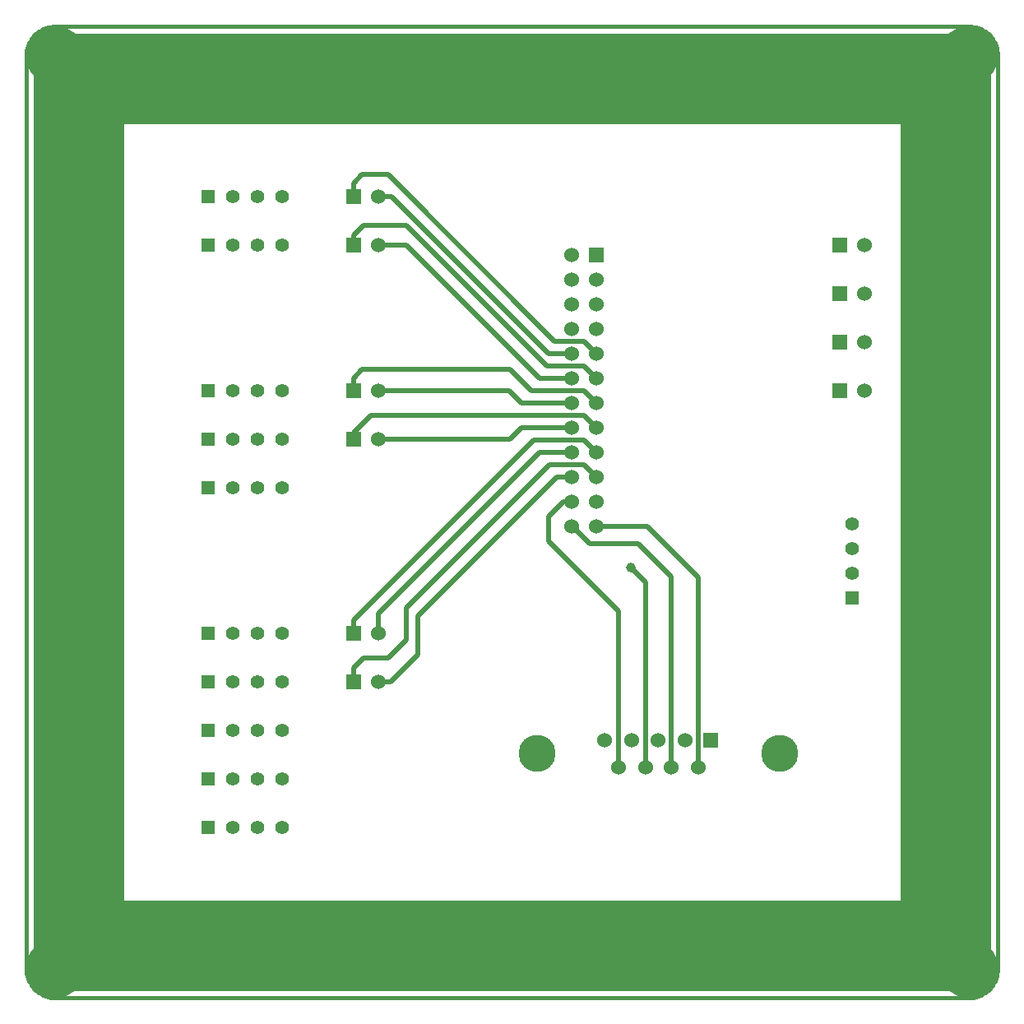
<source format=gbl>
G04 (created by PCBNEW-RS274X (2011-05-25)-stable) date Mon 09 Jul 2012 09:12:41 PM CEST*
G01*
G70*
G90*
%MOIN*%
G04 Gerber Fmt 3.4, Leading zero omitted, Abs format*
%FSLAX34Y34*%
G04 APERTURE LIST*
%ADD10C,0.006000*%
%ADD11C,0.015000*%
%ADD12R,0.055000X0.055000*%
%ADD13C,0.055000*%
%ADD14R,0.060000X0.060000*%
%ADD15C,0.060000*%
%ADD16C,0.150000*%
%ADD17C,0.236200*%
%ADD18C,0.039400*%
%ADD19C,0.019700*%
%ADD20C,0.039400*%
%ADD21C,0.010000*%
G04 APERTURE END LIST*
G54D10*
G54D11*
X19685Y-20866D02*
X19685Y-57874D01*
X57874Y-19685D02*
X20866Y-19685D01*
X59055Y-57874D02*
X59055Y-20866D01*
X20866Y-59055D02*
X57874Y-59055D01*
X19685Y-57874D02*
X19690Y-57976D01*
X19703Y-58079D01*
X19726Y-58179D01*
X19757Y-58277D01*
X19796Y-58373D01*
X19844Y-58464D01*
X19899Y-58551D01*
X19962Y-58633D01*
X20031Y-58709D01*
X20107Y-58778D01*
X20189Y-58841D01*
X20276Y-58896D01*
X20367Y-58944D01*
X20463Y-58983D01*
X20561Y-59014D01*
X20661Y-59037D01*
X20764Y-59050D01*
X20866Y-59055D01*
X20866Y-19685D02*
X20764Y-19690D01*
X20661Y-19703D01*
X20561Y-19726D01*
X20463Y-19757D01*
X20367Y-19796D01*
X20276Y-19844D01*
X20189Y-19899D01*
X20107Y-19962D01*
X20031Y-20031D01*
X19962Y-20107D01*
X19899Y-20189D01*
X19844Y-20276D01*
X19796Y-20367D01*
X19757Y-20463D01*
X19726Y-20561D01*
X19703Y-20661D01*
X19690Y-20764D01*
X19685Y-20866D01*
X59055Y-20866D02*
X59050Y-20764D01*
X59037Y-20661D01*
X59014Y-20561D01*
X58983Y-20463D01*
X58944Y-20367D01*
X58896Y-20276D01*
X58841Y-20189D01*
X58778Y-20107D01*
X58709Y-20031D01*
X58633Y-19962D01*
X58551Y-19899D01*
X58464Y-19844D01*
X58373Y-19796D01*
X58277Y-19757D01*
X58179Y-19726D01*
X58079Y-19703D01*
X57976Y-19690D01*
X57874Y-19685D01*
X57874Y-59055D02*
X57976Y-59050D01*
X58079Y-59037D01*
X58179Y-59014D01*
X58277Y-58983D01*
X58373Y-58944D01*
X58464Y-58896D01*
X58551Y-58841D01*
X58633Y-58778D01*
X58709Y-58709D01*
X58778Y-58633D01*
X58841Y-58551D01*
X58896Y-58464D01*
X58944Y-58373D01*
X58983Y-58277D01*
X59014Y-58179D01*
X59037Y-58079D01*
X59050Y-57976D01*
X59055Y-57874D01*
G54D12*
X27043Y-28543D03*
G54D13*
X28043Y-28543D03*
X29043Y-28543D03*
X30043Y-28543D03*
G54D12*
X27043Y-36417D03*
G54D13*
X28043Y-36417D03*
X29043Y-36417D03*
X30043Y-36417D03*
G54D12*
X27043Y-52166D03*
G54D13*
X28043Y-52166D03*
X29043Y-52166D03*
X30043Y-52166D03*
G54D12*
X27043Y-34448D03*
G54D13*
X28043Y-34448D03*
X29043Y-34448D03*
X30043Y-34448D03*
G54D12*
X27043Y-38385D03*
G54D13*
X28043Y-38385D03*
X29043Y-38385D03*
X30043Y-38385D03*
G54D12*
X27043Y-50198D03*
G54D13*
X28043Y-50198D03*
X29043Y-50198D03*
X30043Y-50198D03*
G54D12*
X27043Y-46261D03*
G54D13*
X28043Y-46261D03*
X29043Y-46261D03*
X30043Y-46261D03*
G54D12*
X27043Y-44292D03*
G54D13*
X28043Y-44292D03*
X29043Y-44292D03*
X30043Y-44292D03*
G54D12*
X27043Y-48229D03*
G54D13*
X28043Y-48229D03*
X29043Y-48229D03*
X30043Y-48229D03*
G54D12*
X27043Y-26575D03*
G54D13*
X28043Y-26575D03*
X29043Y-26575D03*
X30043Y-26575D03*
G54D14*
X32965Y-46260D03*
G54D15*
X33965Y-46260D03*
G54D14*
X32965Y-34449D03*
G54D15*
X33965Y-34449D03*
G54D14*
X52650Y-34449D03*
G54D15*
X53650Y-34449D03*
G54D14*
X32965Y-36417D03*
G54D15*
X33965Y-36417D03*
G54D14*
X32965Y-44291D03*
G54D15*
X33965Y-44291D03*
G54D14*
X52650Y-32480D03*
G54D15*
X53650Y-32480D03*
G54D14*
X52650Y-30512D03*
G54D15*
X53650Y-30512D03*
G54D14*
X52650Y-28543D03*
G54D15*
X53650Y-28543D03*
G54D14*
X32964Y-28543D03*
G54D15*
X33964Y-28543D03*
G54D14*
X32964Y-26575D03*
G54D15*
X33964Y-26575D03*
G54D14*
X42800Y-28950D03*
G54D15*
X41800Y-28950D03*
X42800Y-29950D03*
X41800Y-29950D03*
X42800Y-30950D03*
X41800Y-30950D03*
X42800Y-31950D03*
X41800Y-31950D03*
X42800Y-32950D03*
X41800Y-32950D03*
X42800Y-33950D03*
X41800Y-33950D03*
X42800Y-34950D03*
X41800Y-34950D03*
X42800Y-35950D03*
X41800Y-35950D03*
X42800Y-36950D03*
X41800Y-36950D03*
X42800Y-37950D03*
X41800Y-37950D03*
X42800Y-38950D03*
X41800Y-38950D03*
X42800Y-39950D03*
X41800Y-39950D03*
G54D16*
X40376Y-49163D03*
X50226Y-49163D03*
G54D14*
X47426Y-48613D03*
G54D15*
X46376Y-48613D03*
X45276Y-48613D03*
X44226Y-48613D03*
X43126Y-48613D03*
X46926Y-49713D03*
X45826Y-49713D03*
X44776Y-49713D03*
X43676Y-49713D03*
G54D12*
X53150Y-42839D03*
G54D13*
X53150Y-41839D03*
X53150Y-40839D03*
X53150Y-39839D03*
G54D17*
X57874Y-20866D03*
X57874Y-57874D03*
X20866Y-57874D03*
X20866Y-20866D03*
G54D18*
X44193Y-41634D03*
G54D19*
X42800Y-39950D02*
X44871Y-39950D01*
X46926Y-42005D02*
X46926Y-49713D01*
X44871Y-39950D02*
X46926Y-42005D01*
X41800Y-39950D02*
X41820Y-39950D01*
X45826Y-41987D02*
X45826Y-49713D01*
X44489Y-40650D02*
X45826Y-41987D01*
X42520Y-40650D02*
X44489Y-40650D01*
X41820Y-39950D02*
X42520Y-40650D01*
X44776Y-49713D02*
X44776Y-42217D01*
X44776Y-42217D02*
X44193Y-41634D01*
X43676Y-49713D02*
X43676Y-43381D01*
X41463Y-38950D02*
X41800Y-38950D01*
X40846Y-39567D02*
X41463Y-38950D01*
X40846Y-40551D02*
X40846Y-39567D01*
X43676Y-43381D02*
X40846Y-40551D01*
G54D20*
X20866Y-20866D02*
X57874Y-20866D01*
X57874Y-20866D02*
X57874Y-57874D01*
X57874Y-57874D02*
X20866Y-57874D01*
G54D19*
X32964Y-28543D02*
X32964Y-28136D01*
X42300Y-33450D02*
X42800Y-33950D01*
X40800Y-33450D02*
X42300Y-33450D01*
X35100Y-27750D02*
X40800Y-33450D01*
X33350Y-27750D02*
X35100Y-27750D01*
X32964Y-28136D02*
X33350Y-27750D01*
X33964Y-28543D02*
X35093Y-28543D01*
X40500Y-33950D02*
X41800Y-33950D01*
X35093Y-28543D02*
X40500Y-33950D01*
X42800Y-32950D02*
X42300Y-32450D01*
X32964Y-26036D02*
X32964Y-26575D01*
X33300Y-25700D02*
X32964Y-26036D01*
X34350Y-25700D02*
X33300Y-25700D01*
X41100Y-32450D02*
X34350Y-25700D01*
X42300Y-32450D02*
X41100Y-32450D01*
X33964Y-26575D02*
X34475Y-26575D01*
X40850Y-32950D02*
X41800Y-32950D01*
X34475Y-26575D02*
X40850Y-32950D01*
X32965Y-36417D02*
X32965Y-36135D01*
X42300Y-35450D02*
X42800Y-35950D01*
X33650Y-35450D02*
X42300Y-35450D01*
X32965Y-36135D02*
X33650Y-35450D01*
X33965Y-36417D02*
X39283Y-36417D01*
X39750Y-35950D02*
X41800Y-35950D01*
X39283Y-36417D02*
X39750Y-35950D01*
X32965Y-34449D02*
X32965Y-33935D01*
X42300Y-34450D02*
X42800Y-34950D01*
X40150Y-34450D02*
X42300Y-34450D01*
X39300Y-33600D02*
X40150Y-34450D01*
X33300Y-33600D02*
X39300Y-33600D01*
X32965Y-33935D02*
X33300Y-33600D01*
X33965Y-34449D02*
X39249Y-34449D01*
X39750Y-34950D02*
X41800Y-34950D01*
X39249Y-34449D02*
X39750Y-34950D01*
X34350Y-45300D02*
X33350Y-45300D01*
X34350Y-45300D02*
X35100Y-44550D01*
X35100Y-44550D02*
X35100Y-43250D01*
X35100Y-43250D02*
X40900Y-37450D01*
X40900Y-37450D02*
X42300Y-37450D01*
X42800Y-37950D02*
X42300Y-37450D01*
X32965Y-45685D02*
X32965Y-46260D01*
X33350Y-45300D02*
X32965Y-45685D01*
X33965Y-46260D02*
X34440Y-46260D01*
X41200Y-37950D02*
X41800Y-37950D01*
X35550Y-43600D02*
X41200Y-37950D01*
X35550Y-45150D02*
X35550Y-43600D01*
X34440Y-46260D02*
X35550Y-45150D01*
X32965Y-44291D02*
X32965Y-43735D01*
X42300Y-36450D02*
X42800Y-36950D01*
X40250Y-36450D02*
X42300Y-36450D01*
X32965Y-43735D02*
X40250Y-36450D01*
X33965Y-44291D02*
X33965Y-43485D01*
X40500Y-36950D02*
X41800Y-36950D01*
X33965Y-43485D02*
X40500Y-36950D01*
G54D10*
G36*
X58730Y-57841D02*
X58658Y-58200D01*
X58475Y-58473D01*
X58199Y-58658D01*
X57840Y-58730D01*
X55168Y-58730D01*
X55168Y-55168D01*
X55168Y-23572D01*
X23572Y-23572D01*
X23572Y-55168D01*
X55168Y-55168D01*
X55168Y-58730D01*
X20898Y-58730D01*
X20539Y-58658D01*
X20266Y-58475D01*
X20081Y-58199D01*
X20010Y-57840D01*
X20010Y-20899D01*
X20081Y-20540D01*
X20266Y-20264D01*
X20539Y-20081D01*
X20898Y-20010D01*
X57840Y-20010D01*
X58199Y-20081D01*
X58475Y-20266D01*
X58658Y-20539D01*
X58730Y-20898D01*
X58730Y-57841D01*
X58730Y-57841D01*
G37*
G54D21*
X58730Y-57841D02*
X58658Y-58200D01*
X58475Y-58473D01*
X58199Y-58658D01*
X57840Y-58730D01*
X55168Y-58730D01*
X55168Y-55168D01*
X55168Y-23572D01*
X23572Y-23572D01*
X23572Y-55168D01*
X55168Y-55168D01*
X55168Y-58730D01*
X20898Y-58730D01*
X20539Y-58658D01*
X20266Y-58475D01*
X20081Y-58199D01*
X20010Y-57840D01*
X20010Y-20899D01*
X20081Y-20540D01*
X20266Y-20264D01*
X20539Y-20081D01*
X20898Y-20010D01*
X57840Y-20010D01*
X58199Y-20081D01*
X58475Y-20266D01*
X58658Y-20539D01*
X58730Y-20898D01*
X58730Y-57841D01*
M02*

</source>
